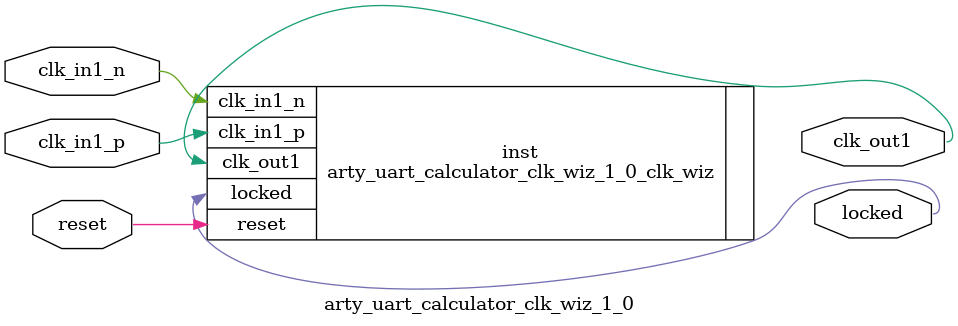
<source format=v>


`timescale 1ps/1ps

(* CORE_GENERATION_INFO = "arty_uart_calculator_clk_wiz_1_0,clk_wiz_v6_0_5_0_0,{component_name=arty_uart_calculator_clk_wiz_1_0,use_phase_alignment=true,use_min_o_jitter=false,use_max_i_jitter=false,use_dyn_phase_shift=false,use_inclk_switchover=false,use_dyn_reconfig=false,enable_axi=0,feedback_source=FDBK_AUTO,PRIMITIVE=MMCM,num_out_clk=1,clkin1_period=10.000,clkin2_period=10.000,use_power_down=false,use_reset=true,use_locked=true,use_inclk_stopped=false,feedback_type=SINGLE,CLOCK_MGR_TYPE=NA,manual_override=false}" *)

module arty_uart_calculator_clk_wiz_1_0 
 (
  // Clock out ports
  output        clk_out1,
  // Status and control signals
  input         reset,
  output        locked,
 // Clock in ports
  input         clk_in1_p,
  input         clk_in1_n
 );

  arty_uart_calculator_clk_wiz_1_0_clk_wiz inst
  (
  // Clock out ports  
  .clk_out1(clk_out1),
  // Status and control signals               
  .reset(reset), 
  .locked(locked),
 // Clock in ports
  .clk_in1_p(clk_in1_p),
  .clk_in1_n(clk_in1_n)
  );

endmodule

</source>
